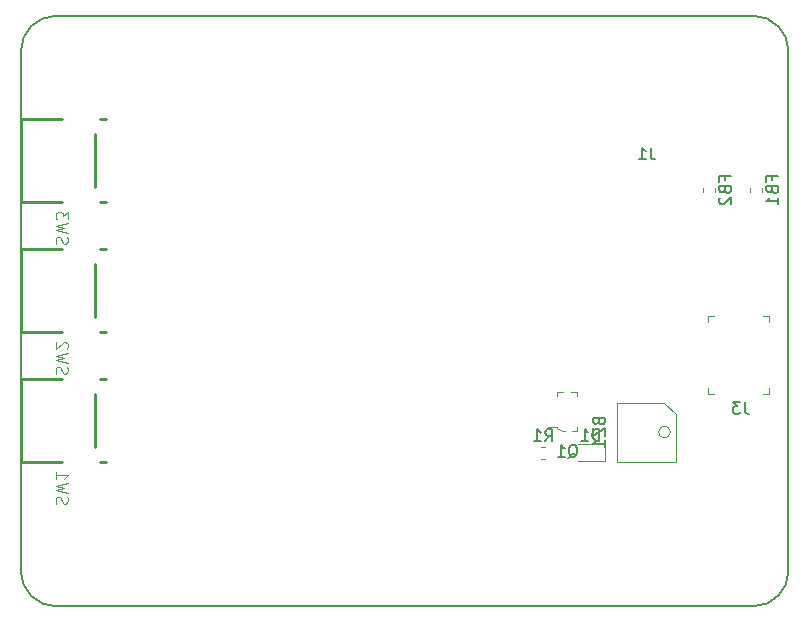
<source format=gbr>
G04 #@! TF.GenerationSoftware,KiCad,Pcbnew,(5.1.5-0)*
G04 #@! TF.CreationDate,2021-01-19T14:56:57-08:00*
G04 #@! TF.ProjectId,Luminometer_RPi,4c756d69-6e6f-46d6-9574-65725f525069,rev?*
G04 #@! TF.SameCoordinates,Original*
G04 #@! TF.FileFunction,Legend,Bot*
G04 #@! TF.FilePolarity,Positive*
%FSLAX46Y46*%
G04 Gerber Fmt 4.6, Leading zero omitted, Abs format (unit mm)*
G04 Created by KiCad (PCBNEW (5.1.5-0)) date 2021-01-19 14:56:57*
%MOMM*%
%LPD*%
G04 APERTURE LIST*
%ADD10C,0.150000*%
%ADD11C,0.120000*%
%ADD12C,0.254000*%
%ADD13C,0.100000*%
%ADD14C,0.015000*%
G04 APERTURE END LIST*
D10*
X109500000Y-111500000D02*
G75*
G02X106500000Y-108500000I0J3000000D01*
G01*
X171500000Y-108500000D02*
G75*
G02X168500000Y-111500000I-3000000J0D01*
G01*
X168500000Y-61500000D02*
G75*
G02X171500000Y-64500000I0J-3000000D01*
G01*
X106500000Y-64500000D02*
G75*
G02X109500000Y-61500000I3000000J0D01*
G01*
X106500000Y-108500000D02*
X106500000Y-64500000D01*
X168500000Y-111500000D02*
X109500000Y-111500000D01*
X171500000Y-64500000D02*
X171500000Y-108500000D01*
X109500000Y-61500000D02*
X168500000Y-61500000D01*
D11*
X164240000Y-76412779D02*
X164240000Y-76087221D01*
X165260000Y-76412779D02*
X165260000Y-76087221D01*
D12*
X112750000Y-98000000D02*
X112750000Y-93500000D01*
X110000000Y-92250000D02*
X106500000Y-92250000D01*
X110000000Y-99250000D02*
X107750000Y-99250000D01*
X113750000Y-92250000D02*
X113250000Y-92250000D01*
X113750000Y-99250000D02*
X113250000Y-99250000D01*
X107750000Y-99250000D02*
X106500000Y-99250000D01*
X108000000Y-99250000D02*
X107750000Y-99250000D01*
X106500000Y-95000000D02*
X106500000Y-92250000D01*
X106500000Y-96250000D02*
X106500000Y-95000000D01*
X106500000Y-99250000D02*
X106500000Y-96250000D01*
X112750000Y-87000000D02*
X112750000Y-82500000D01*
X110000000Y-81250000D02*
X106500000Y-81250000D01*
X110000000Y-88250000D02*
X107750000Y-88250000D01*
X113750000Y-81250000D02*
X113250000Y-81250000D01*
X113750000Y-88250000D02*
X113250000Y-88250000D01*
X107750000Y-88250000D02*
X106500000Y-88250000D01*
X108000000Y-88250000D02*
X107750000Y-88250000D01*
X106500000Y-84000000D02*
X106500000Y-81250000D01*
X106500000Y-85250000D02*
X106500000Y-84000000D01*
X106500000Y-88250000D02*
X106500000Y-85250000D01*
X112750000Y-76000000D02*
X112750000Y-71500000D01*
X110000000Y-70250000D02*
X106500000Y-70250000D01*
X110000000Y-77250000D02*
X107750000Y-77250000D01*
X113750000Y-70250000D02*
X113250000Y-70250000D01*
X113750000Y-77250000D02*
X113250000Y-77250000D01*
X107750000Y-77250000D02*
X106500000Y-77250000D01*
X108000000Y-77250000D02*
X107750000Y-77250000D01*
X106500000Y-73000000D02*
X106500000Y-70250000D01*
X106500000Y-74250000D02*
X106500000Y-73000000D01*
X106500000Y-77250000D02*
X106500000Y-74250000D01*
D11*
X150912779Y-99010000D02*
X150587221Y-99010000D01*
X150912779Y-97990000D02*
X150587221Y-97990000D01*
X161500000Y-96750000D02*
G75*
G03X161500000Y-96750000I-500000J0D01*
G01*
X162000000Y-95250000D02*
X162000000Y-99250000D01*
X161000000Y-94250000D02*
X162000000Y-95250000D01*
X157000000Y-94250000D02*
X161000000Y-94250000D01*
X157000000Y-99250000D02*
X157000000Y-94250000D01*
X162000000Y-99250000D02*
X157000000Y-99250000D01*
D13*
X153575000Y-96650000D02*
X153575000Y-96350000D01*
X153200000Y-96650000D02*
X153575000Y-96650000D01*
X153575000Y-93350000D02*
X153125000Y-93350000D01*
X153575000Y-93650000D02*
X153575000Y-93350000D01*
X153575000Y-93575000D02*
X153575000Y-93700000D01*
X151925000Y-93350000D02*
X151925000Y-93700000D01*
X152400000Y-93350000D02*
X151925000Y-93350000D01*
X151925000Y-96325000D02*
X151150000Y-96325000D01*
X151925000Y-96375000D02*
X151925000Y-96325000D01*
X152300000Y-96650000D02*
X151925000Y-96375000D01*
X152575000Y-96650000D02*
X152300000Y-96650000D01*
X169850000Y-86960000D02*
X169350000Y-86960000D01*
X169850000Y-86960000D02*
X169850000Y-87460000D01*
X164700000Y-86950000D02*
X165200000Y-86950000D01*
X164700000Y-86950000D02*
X164700000Y-87450000D01*
X164700000Y-93550000D02*
X165200000Y-93550000D01*
X164700000Y-93550000D02*
X164700000Y-93050000D01*
X169840000Y-93530000D02*
X169340000Y-93530000D01*
X169840000Y-93530000D02*
X169840000Y-93030000D01*
D11*
X155985000Y-99235000D02*
X153700000Y-99235000D01*
X155985000Y-97765000D02*
X155985000Y-99235000D01*
X153700000Y-97765000D02*
X155985000Y-97765000D01*
X168240000Y-76412779D02*
X168240000Y-76087221D01*
X169260000Y-76412779D02*
X169260000Y-76087221D01*
D10*
X166108571Y-75416666D02*
X166108571Y-75083333D01*
X166632380Y-75083333D02*
X165632380Y-75083333D01*
X165632380Y-75559523D01*
X166108571Y-76273809D02*
X166156190Y-76416666D01*
X166203809Y-76464285D01*
X166299047Y-76511904D01*
X166441904Y-76511904D01*
X166537142Y-76464285D01*
X166584761Y-76416666D01*
X166632380Y-76321428D01*
X166632380Y-75940476D01*
X165632380Y-75940476D01*
X165632380Y-76273809D01*
X165680000Y-76369047D01*
X165727619Y-76416666D01*
X165822857Y-76464285D01*
X165918095Y-76464285D01*
X166013333Y-76416666D01*
X166060952Y-76369047D01*
X166108571Y-76273809D01*
X166108571Y-75940476D01*
X165727619Y-76892857D02*
X165680000Y-76940476D01*
X165632380Y-77035714D01*
X165632380Y-77273809D01*
X165680000Y-77369047D01*
X165727619Y-77416666D01*
X165822857Y-77464285D01*
X165918095Y-77464285D01*
X166060952Y-77416666D01*
X166632380Y-76845238D01*
X166632380Y-77464285D01*
D14*
X109520238Y-102798333D02*
X109472619Y-102655476D01*
X109472619Y-102417380D01*
X109520238Y-102322142D01*
X109567857Y-102274523D01*
X109663095Y-102226904D01*
X109758333Y-102226904D01*
X109853571Y-102274523D01*
X109901190Y-102322142D01*
X109948809Y-102417380D01*
X109996428Y-102607857D01*
X110044047Y-102703095D01*
X110091666Y-102750714D01*
X110186904Y-102798333D01*
X110282142Y-102798333D01*
X110377380Y-102750714D01*
X110425000Y-102703095D01*
X110472619Y-102607857D01*
X110472619Y-102369761D01*
X110425000Y-102226904D01*
X110472619Y-101893571D02*
X109472619Y-101655476D01*
X110186904Y-101465000D01*
X109472619Y-101274523D01*
X110472619Y-101036428D01*
X109472619Y-100131666D02*
X109472619Y-100703095D01*
X109472619Y-100417380D02*
X110472619Y-100417380D01*
X110329761Y-100512619D01*
X110234523Y-100607857D01*
X110186904Y-100703095D01*
X109520238Y-91798333D02*
X109472619Y-91655476D01*
X109472619Y-91417380D01*
X109520238Y-91322142D01*
X109567857Y-91274523D01*
X109663095Y-91226904D01*
X109758333Y-91226904D01*
X109853571Y-91274523D01*
X109901190Y-91322142D01*
X109948809Y-91417380D01*
X109996428Y-91607857D01*
X110044047Y-91703095D01*
X110091666Y-91750714D01*
X110186904Y-91798333D01*
X110282142Y-91798333D01*
X110377380Y-91750714D01*
X110425000Y-91703095D01*
X110472619Y-91607857D01*
X110472619Y-91369761D01*
X110425000Y-91226904D01*
X110472619Y-90893571D02*
X109472619Y-90655476D01*
X110186904Y-90465000D01*
X109472619Y-90274523D01*
X110472619Y-90036428D01*
X110377380Y-89703095D02*
X110425000Y-89655476D01*
X110472619Y-89560238D01*
X110472619Y-89322142D01*
X110425000Y-89226904D01*
X110377380Y-89179285D01*
X110282142Y-89131666D01*
X110186904Y-89131666D01*
X110044047Y-89179285D01*
X109472619Y-89750714D01*
X109472619Y-89131666D01*
X109520238Y-80798333D02*
X109472619Y-80655476D01*
X109472619Y-80417380D01*
X109520238Y-80322142D01*
X109567857Y-80274523D01*
X109663095Y-80226904D01*
X109758333Y-80226904D01*
X109853571Y-80274523D01*
X109901190Y-80322142D01*
X109948809Y-80417380D01*
X109996428Y-80607857D01*
X110044047Y-80703095D01*
X110091666Y-80750714D01*
X110186904Y-80798333D01*
X110282142Y-80798333D01*
X110377380Y-80750714D01*
X110425000Y-80703095D01*
X110472619Y-80607857D01*
X110472619Y-80369761D01*
X110425000Y-80226904D01*
X110472619Y-79893571D02*
X109472619Y-79655476D01*
X110186904Y-79465000D01*
X109472619Y-79274523D01*
X110472619Y-79036428D01*
X110472619Y-78750714D02*
X110472619Y-78131666D01*
X110091666Y-78465000D01*
X110091666Y-78322142D01*
X110044047Y-78226904D01*
X109996428Y-78179285D01*
X109901190Y-78131666D01*
X109663095Y-78131666D01*
X109567857Y-78179285D01*
X109520238Y-78226904D01*
X109472619Y-78322142D01*
X109472619Y-78607857D01*
X109520238Y-78703095D01*
X109567857Y-78750714D01*
D10*
X150916666Y-97522380D02*
X151250000Y-97046190D01*
X151488095Y-97522380D02*
X151488095Y-96522380D01*
X151107142Y-96522380D01*
X151011904Y-96570000D01*
X150964285Y-96617619D01*
X150916666Y-96712857D01*
X150916666Y-96855714D01*
X150964285Y-96950952D01*
X151011904Y-96998571D01*
X151107142Y-97046190D01*
X151488095Y-97046190D01*
X149964285Y-97522380D02*
X150535714Y-97522380D01*
X150250000Y-97522380D02*
X150250000Y-96522380D01*
X150345238Y-96665238D01*
X150440476Y-96760476D01*
X150535714Y-96808095D01*
X155428571Y-95869047D02*
X155476190Y-96011904D01*
X155523809Y-96059523D01*
X155619047Y-96107142D01*
X155761904Y-96107142D01*
X155857142Y-96059523D01*
X155904761Y-96011904D01*
X155952380Y-95916666D01*
X155952380Y-95535714D01*
X154952380Y-95535714D01*
X154952380Y-95869047D01*
X155000000Y-95964285D01*
X155047619Y-96011904D01*
X155142857Y-96059523D01*
X155238095Y-96059523D01*
X155333333Y-96011904D01*
X155380952Y-95964285D01*
X155428571Y-95869047D01*
X155428571Y-95535714D01*
X154952380Y-96440476D02*
X154952380Y-97107142D01*
X155952380Y-96440476D01*
X155952380Y-97107142D01*
X155952380Y-98011904D02*
X155952380Y-97440476D01*
X155952380Y-97726190D02*
X154952380Y-97726190D01*
X155095238Y-97630952D01*
X155190476Y-97535714D01*
X155238095Y-97440476D01*
X152870238Y-98922619D02*
X152965476Y-98875000D01*
X153060714Y-98779761D01*
X153203571Y-98636904D01*
X153298809Y-98589285D01*
X153394047Y-98589285D01*
X153346428Y-98827380D02*
X153441666Y-98779761D01*
X153536904Y-98684523D01*
X153584523Y-98494047D01*
X153584523Y-98160714D01*
X153536904Y-97970238D01*
X153441666Y-97875000D01*
X153346428Y-97827380D01*
X153155952Y-97827380D01*
X153060714Y-97875000D01*
X152965476Y-97970238D01*
X152917857Y-98160714D01*
X152917857Y-98494047D01*
X152965476Y-98684523D01*
X153060714Y-98779761D01*
X153155952Y-98827380D01*
X153346428Y-98827380D01*
X151965476Y-98827380D02*
X152536904Y-98827380D01*
X152251190Y-98827380D02*
X152251190Y-97827380D01*
X152346428Y-97970238D01*
X152441666Y-98065476D01*
X152536904Y-98113095D01*
X167783333Y-94182380D02*
X167783333Y-94896666D01*
X167830952Y-95039523D01*
X167926190Y-95134761D01*
X168069047Y-95182380D01*
X168164285Y-95182380D01*
X167402380Y-94182380D02*
X166783333Y-94182380D01*
X167116666Y-94563333D01*
X166973809Y-94563333D01*
X166878571Y-94610952D01*
X166830952Y-94658571D01*
X166783333Y-94753809D01*
X166783333Y-94991904D01*
X166830952Y-95087142D01*
X166878571Y-95134761D01*
X166973809Y-95182380D01*
X167259523Y-95182380D01*
X167354761Y-95134761D01*
X167402380Y-95087142D01*
X155478095Y-97472380D02*
X155478095Y-96472380D01*
X155240000Y-96472380D01*
X155097142Y-96520000D01*
X155001904Y-96615238D01*
X154954285Y-96710476D01*
X154906666Y-96900952D01*
X154906666Y-97043809D01*
X154954285Y-97234285D01*
X155001904Y-97329523D01*
X155097142Y-97424761D01*
X155240000Y-97472380D01*
X155478095Y-97472380D01*
X153954285Y-97472380D02*
X154525714Y-97472380D01*
X154240000Y-97472380D02*
X154240000Y-96472380D01*
X154335238Y-96615238D01*
X154430476Y-96710476D01*
X154525714Y-96758095D01*
X170108571Y-75416666D02*
X170108571Y-75083333D01*
X170632380Y-75083333D02*
X169632380Y-75083333D01*
X169632380Y-75559523D01*
X170108571Y-76273809D02*
X170156190Y-76416666D01*
X170203809Y-76464285D01*
X170299047Y-76511904D01*
X170441904Y-76511904D01*
X170537142Y-76464285D01*
X170584761Y-76416666D01*
X170632380Y-76321428D01*
X170632380Y-75940476D01*
X169632380Y-75940476D01*
X169632380Y-76273809D01*
X169680000Y-76369047D01*
X169727619Y-76416666D01*
X169822857Y-76464285D01*
X169918095Y-76464285D01*
X170013333Y-76416666D01*
X170060952Y-76369047D01*
X170108571Y-76273809D01*
X170108571Y-75940476D01*
X170632380Y-77464285D02*
X170632380Y-76892857D01*
X170632380Y-77178571D02*
X169632380Y-77178571D01*
X169775238Y-77083333D01*
X169870476Y-76988095D01*
X169918095Y-76892857D01*
X159833333Y-72667380D02*
X159833333Y-73381666D01*
X159880952Y-73524523D01*
X159976190Y-73619761D01*
X160119047Y-73667380D01*
X160214285Y-73667380D01*
X158833333Y-73667380D02*
X159404761Y-73667380D01*
X159119047Y-73667380D02*
X159119047Y-72667380D01*
X159214285Y-72810238D01*
X159309523Y-72905476D01*
X159404761Y-72953095D01*
M02*

</source>
